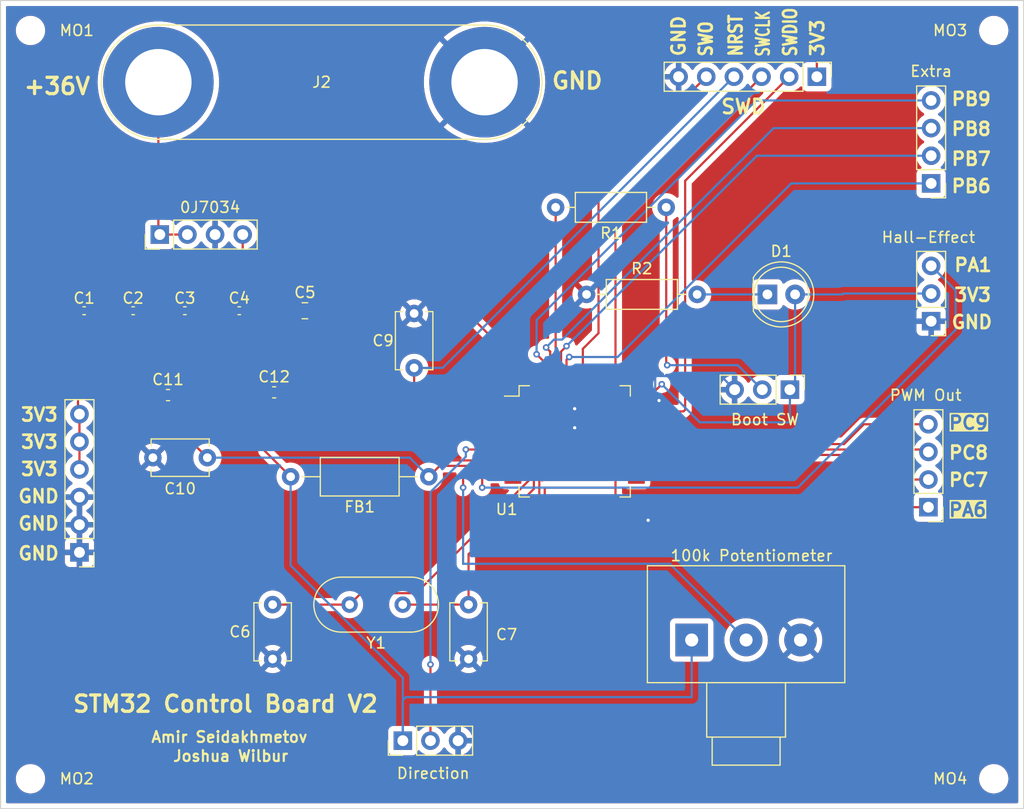
<source format=kicad_pcb>
(kicad_pcb (version 20240108) (generator "pcbnew") (generator_version "8.0")
  (layers (0 "F.Cu" signal) (31 "B.Cu" signal) (34 "B.Paste" user) (35 "F.Paste" user) (36 "B.SilkS" user "B.Silkscreen") (37 "F.SilkS" user "F.Silkscreen") (38 "B.Mask" user) (39 "F.Mask" user) (44 "Edge.Cuts" user))
  (net 0 "")
  (net 1 "GND")
  (net 2 "+3V3")
  (net 3 "Net-(U1-PH1)")
  (net 4 "Net-(U1-PH0)")
  (net 5 "/NRST")
  (net 6 "Net-(U1-VDDA)")
  (net 7 "Net-(D1-K)")
  (net 8 "PA1_ADC")
  (net 9 "/VIN")
  (net 10 "Net-(J3-Pin_2)")
  (net 11 "Net-(J3-Pin_4)")
  (net 12 "Net-(J3-Pin_3)")
  (net 13 "/SWDIO")
  (net 14 "/SWCLK")
  (net 15 "Net-(SW2-B)")
  (net 16 "Net-(U1-BOOT0)")
  (net 17 "PA0_ADC")
  (net 18 "PC2_EXTI2")
  (net 46 "/PWM_1")
  (net 49 "/SWO")
  (net 55 "Net-(J5-Pin_2)")
  (net 56 "Net-(J5-Pin_4)")
  (net 57 "Net-(J5-Pin_1)")
  (net 58 "Net-(J5-Pin_3)")
  (footprint "Capacitor_SMD:C_0805_2012Metric_Pad1.18x1.45mm_HandSolder" (layer "F.Cu") (at 127.2125 79.75)
    (property "Reference" "C5" (at 0 -1.68 0) (layer "F.SilkS"))
    (property "Value" "4.7u" (hide yes))
    (pad "1" smd roundrect (at -1.0375 0) (size 1.175 1.45) (layers "F.Cu" "F.Paste" "F.Mask") (roundrect_rratio 0.212766) (net 2 "+3V3"))
    (pad "2" smd roundrect (at 1.0375 0) (size 1.175 1.45) (layers "F.Cu" "F.Paste" "F.Mask") (roundrect_rratio 0.212766) (net 1 "GND"))
  )
  (footprint "Mounting:MountingHole_2.2mm_M2" (layer "F.Cu") (at 102 122.75)
    (property "Reference" "MO2" (at 4.25 0 0) (layer "F.SilkS"))
    (property "Value" "MountingHole_2.2mm_M2" (hide yes))
    (pad "" np_thru_hole circle (at 0 0) (size 2.2 2.2) (drill 2.2) (layers "*.Cu" "*.Mask"))
  )
  (footprint "Crystal:Crystal_HC49-4H_Vertical" (layer "F.Cu") (at 136.2 106.75 180)
    (property "Reference" "Y1" (at 2.44 -3.525 0) (layer "F.SilkS"))
    (property "Value" "8MHz")
    (pad "1" thru_hole circle (at 0 0 180) (size 1.5 1.5) (drill 0.8) (layers "*.Cu" "*.Mask") (net 4 "Net-(U1-PH0)"))
    (pad "2" thru_hole circle (at 4.88 0 180) (size 1.5 1.5) (drill 0.8) (layers "*.Cu" "*.Mask") (net 3 "Net-(U1-PH1)"))
  )
  (footprint "Capacitor_SMD:C_0402_1005Metric_Pad0.74x0.62mm_HandSolder" (layer "F.Cu") (at 121.1825 79.75)
    (property "Reference" "C4" (at 0 -1.16 0) (layer "F.SilkS"))
    (property "Value" "0.1u" (hide yes))
    (pad "1" smd roundrect (at -0.5675 0) (size 0.735 0.62) (layers "F.Cu" "F.Paste" "F.Mask") (net 2 "+3V3"))
    (pad "2" smd roundrect (at 0.5675 0) (size 0.735 0.62) (layers "F.Cu" "F.Paste" "F.Mask") (net 1 "GND"))
  )
  (footprint "Connector_PinHeader_2.54mm:PinHeader_1x03_P2.54mm_Vertical" (layer "F.Cu") (at 136.21 119.25 90)
    (property "Reference" "Direction" (at -3 2.79 180) (layer "F.SilkS"))
    (property "Value" "Dir SW" (hide yes))
    (pad "1" thru_hole rect (at 0 0 90) (size 1.7 1.7) (drill 1) (layers "*.Cu" "*.Mask") (net 2 "+3V3"))
    (pad "2" thru_hole oval (at 0 2.54 90) (size 1.7 1.7) (drill 1) (layers "*.Cu" "*.Mask") (net 18 "PC2_EXTI2"))
    (pad "3" thru_hole oval (at 0 5.08 90) (size 1.7 1.7) (drill 1) (layers "*.Cu" "*.Mask") (net 1 "GND"))
  )
  (footprint "Capacitor_SMD:C_0402_1005Metric_Pad0.74x0.62mm_HandSolder" (layer "F.Cu") (at 106.9325 79.75)
    (property "Reference" "C1" (at 0 -1.16 0) (layer "F.SilkS"))
    (property "Value" "0.1u" (hide yes))
    (pad "1" smd roundrect (at -0.5675 0) (size 0.735 0.62) (layers "F.Cu" "F.Paste" "F.Mask") (net 2 "+3V3"))
    (pad "2" smd roundrect (at 0.5675 0) (size 0.735 0.62) (layers "F.Cu" "F.Paste" "F.Mask") (net 1 "GND"))
  )
  (footprint "Capacitor_THT:C_Disc_D5.1mm_W3.2mm_P5.00mm" (layer "F.Cu") (at 142.25 106.75 -90)
    (property "Reference" "C7" (at 2.75 -3.5 180) (layer "F.SilkS"))
    (property "Value" "20pF" (hide yes))
    (pad "1" thru_hole circle (at 0 0 270) (size 1.6 1.6) (drill 0.8) (layers "*.Cu" "*.Mask") (net 4 "Net-(U1-PH0)"))
    (pad "2" thru_hole circle (at 5 0 270) (size 1.6 1.6) (drill 0.8) (layers "*.Cu" "*.Mask") (net 1 "GND"))
  )
  (footprint "Capacitor_SMD:C_0603_1608Metric_Pad1.08x0.95mm_HandSolder" (layer "F.Cu") (at 124.3875 87.25)
    (property "Reference" "C12" (at 0 -1.43 0) (layer "F.SilkS"))
    (property "Value" "1u" (hide yes))
    (pad "1" smd roundrect (at -0.8625 0) (size 1.075 0.95) (layers "F.Cu" "F.Paste" "F.Mask") (net 2 "+3V3"))
    (pad "2" smd roundrect (at 0.8625 0) (size 1.075 0.95) (layers "F.Cu" "F.Paste" "F.Mask") (net 1 "GND"))
  )
  (footprint "Capacitor_THT:C_Disc_D5.1mm_W3.2mm_P5.00mm" (layer "F.Cu") (at 124.25 106.75 -90)
    (property "Reference" "C6" (at 2.5 3 180) (layer "F.SilkS"))
    (property "Value" "20pF" (hide yes))
    (pad "1" thru_hole circle (at 0 0 270) (size 1.6 1.6) (drill 0.8) (layers "*.Cu" "*.Mask") (net 3 "Net-(U1-PH1)"))
    (pad "2" thru_hole circle (at 5 0 270) (size 1.6 1.6) (drill 0.8) (layers "*.Cu" "*.Mask") (net 1 "GND"))
  )
  (footprint "Connector_PinHeader_2.54mm:PinHeader_1x03_P2.54mm_Vertical" (layer "F.Cu") (at 184.75 80.71 180)
    (property "Reference" "Hall-Effect" (at 0.25 7.71 0) (layer "F.SilkS"))
    (property "Value" "Hall-Effect Sensor" (hide yes))
    (pad "1" thru_hole rect (at 0 0 180) (size 1.7 1.7) (drill 1) (layers "*.Cu" "*.Mask") (net 1 "GND"))
    (pad "2" thru_hole oval (at 0 2.54 180) (size 1.7 1.7) (drill 1) (layers "*.Cu" "*.Mask") (net 2 "+3V3"))
    (pad "3" thru_hole oval (at 0 5.08 180) (size 1.7 1.7) (drill 1) (layers "*.Cu" "*.Mask") (net 8 "PA1_ADC"))
  )
  (footprint "Package_QFP:LQFP-64_10x10mm_P0.5mm" (layer "F.Cu") (at 152 91.75)
    (property "Reference" "U1" (at -6.25 6.25 0) (layer "F.SilkS"))
    (property "Value" "STM32L476RG")
    (pad "1" smd roundrect (at -5.675 -3.75) (size 1.55 0.3) (layers "F.Cu" "F.Paste" "F.Mask") (net 2 "+3V3"))
    (pad "2" smd roundrect (at -5.675 -3.25) (size 1.55 0.3) (layers "F.Cu" "F.Paste" "F.Mask"))
    (pad "3" smd roundrect (at -5.675 -2.75) (size 1.55 0.3) (layers "F.Cu" "F.Paste" "F.Mask"))
    (pad "4" smd roundrect (at -5.675 -2.25) (size 1.55 0.3) (layers "F.Cu" "F.Paste" "F.Mask"))
    (pad "5" smd roundrect (at -5.675 -1.75) (size 1.55 0.3) (layers "F.Cu" "F.Paste" "F.Mask") (net 4 "Net-(U1-PH0)"))
    (pad "6" smd roundrect (at -5.675 -1.25) (size 1.55 0.3) (layers "F.Cu" "F.Paste" "F.Mask") (net 3 "Net-(U1-PH1)"))
    (pad "7" smd roundrect (at -5.675 -0.75) (size 1.55 0.3) (layers "F.Cu" "F.Paste" "F.Mask") (net 5 "/NRST"))
    (pad "8" smd roundrect (at -5.675 -0.25) (size 1.55 0.3) (layers "F.Cu" "F.Paste" "F.Mask"))
    (pad "9" smd roundrect (at -5.675 0.25) (size 1.55 0.3) (layers "F.Cu" "F.Paste" "F.Mask"))
    (pad "10" smd roundrect (at -5.675 0.75) (size 1.55 0.3) (layers "F.Cu" "F.Paste" "F.Mask") (net 18 "PC2_EXTI2"))
    (pad "11" smd roundrect (at -5.675 1.25) (size 1.55 0.3) (layers "F.Cu" "F.Paste" "F.Mask"))
    (pad "12" smd roundrect (at -5.675 1.75) (size 1.55 0.3) (layers "F.Cu" "F.Paste" "F.Mask") (net 1 "GND"))
    (pad "13" smd roundrect (at -5.675 2.25) (size 1.55 0.3) (layers "F.Cu" "F.Paste" "F.Mask") (net 6 "Net-(U1-VDDA)"))
    (pad "14" smd roundrect (at -5.675 2.75) (size 1.55 0.3) (layers "F.Cu" "F.Paste" "F.Mask") (net 17 "PA0_ADC"))
    (pad "15" smd roundrect (at -5.675 3.25) (size 1.55 0.3) (layers "F.Cu" "F.Paste" "F.Mask") (net 8 "PA1_ADC"))
    (pad "16" smd roundrect (at -5.675 3.75) (size 1.55 0.3) (layers "F.Cu" "F.Paste" "F.Mask"))
    (pad "17" smd roundrect (at -3.75 5.675) (size 0.3 1.55) (layers "F.Cu" "F.Paste" "F.Mask"))
    (pad "18" smd roundrect (at -3.25 5.675) (size 0.3 1.55) (layers "F.Cu" "F.Paste" "F.Mask") (net 1 "GND"))
    (pad "19" smd roundrect (at -2.75 5.675) (size 0.3 1.55) (layers "F.Cu" "F.Paste" "F.Mask") (net 2 "+3V3"))
    (pad "20" smd roundrect (at -2.25 5.675) (size 0.3 1.55) (layers "F.Cu" "F.Paste" "F.Mask"))
    (pad "21" smd roundrect (at -1.75 5.675) (size 0.3 1.55) (layers "F.Cu" "F.Paste" "F.Mask"))
    (pad "22" smd roundrect (at -1.25 5.675) (size 0.3 1.55) (layers "F.Cu" "F.Paste" "F.Mask") (net 46 "/PWM_1"))
    (pad "23" smd roundrect (at -0.75 5.675) (size 0.3 1.55) (layers "F.Cu" "F.Paste" "F.Mask"))
    (pad "24" smd roundrect (at -0.25 5.675) (size 0.3 1.55) (layers "F.Cu" "F.Paste" "F.Mask"))
    (pad "25" smd roundrect (at 0.25 5.675) (size 0.3 1.55) (layers "F.Cu" "F.Paste" "F.Mask"))
    (pad "26" smd roundrect (at 0.75 5.675) (size 0.3 1.55) (layers "F.Cu" "F.Paste" "F.Mask"))
    (pad "27" smd roundrect (at 1.25 5.675) (size 0.3 1.55) (layers "F.Cu" "F.Paste" "F.Mask"))
    (pad "28" smd roundrect (at 1.75 5.675) (size 0.3 1.55) (layers "F.Cu" "F.Paste" "F.Mask"))
    (pad "29" smd roundrect (at 2.25 5.675) (size 0.3 1.55) (layers "F.Cu" "F.Paste" "F.Mask"))
    (pad "30" smd roundrect (at 2.75 5.675) (size 0.3 1.55) (layers "F.Cu" "F.Paste" "F.Mask"))
    (pad "31" smd roundrect (at 3.25 5.675) (size 0.3 1.55) (layers "F.Cu" "F.Paste" "F.Mask") (net 1 "GND"))
    (pad "32" smd roundrect (at 3.75 5.675) (size 0.3 1.55) (layers "F.Cu" "F.Paste" "F.Mask") (net 2 "+3V3"))
    (pad "33" smd roundrect (at 5.675 3.75) (size 1.55 0.3) (layers "F.Cu" "F.Paste" "F.Mask"))
    (pad "34" smd roundrect (at 5.675 3.25) (size 1.55 0.3) (layers "F.Cu" "F.Paste" "F.Mask"))
    (pad "35" smd roundrect (at 5.675 2.75) (size 1.55 0.3) (layers "F.Cu" "F.Paste" "F.Mask"))
    (pad "36" smd roundrect (at 5.675 2.25) (size 1.55 0.3) (layers "F.Cu" "F.Paste" "F.Mask"))
    (pad "37" smd roundrect (at 5.675 1.75) (size 1.55 0.3) (layers "F.Cu" "F.Paste" "F.Mask"))
    (pad "38" smd roundrect (at 5.675 1.25) (size 1.55 0.3) (layers "F.Cu" "F.Paste" "F.Mask") (net 10 "Net-(J3-Pin_2)"))
    (pad "39" smd roundrect (at 5.675 0.75) (size 1.55 0.3) (layers "F.Cu" "F.Paste" "F.Mask") (net 12 "Net-(J3-Pin_3)"))
    (pad "40" smd roundrect (at 5.675 0.25) (size 1.55 0.3) (layers "F.Cu" "F.Paste" "F.Mask") (net 11 "Net-(J3-Pin_4)"))
    (pad "41" smd roundrect (at 5.675 -0.25) (size 1.55 0.3) (layers "F.Cu" "F.Paste" "F.Mask"))
    (pad "42" smd roundrect (at 5.675 -0.75) (size 1.55 0.3) (layers "F.Cu" "F.Paste" "F.Mask"))
    (pad "43" smd roundrect (at 5.675 -1.25) (size 1.55 0.3) (layers "F.Cu" "F.Paste" "F.Mask"))
    (pad "44" smd roundrect (at 5.675 -1.75) (size 1.55 0.3) (layers "F.Cu" "F.Paste" "F.Mask"))
    (pad "45" smd roundrect (at 5.675 -2.25) (size 1.55 0.3) (layers "F.Cu" "F.Paste" "F.Mask"))
    (pad "46" smd roundrect (at 5.675 -2.75) (size 1.55 0.3) (layers "F.Cu" "F.Paste" "F.Mask") (net 13 "/SWDIO"))
    (pad "47" smd roundrect (at 5.675 -3.25) (size 1.55 0.3) (layers "F.Cu" "F.Paste" "F.Mask") (net 1 "GND"))
    (pad "48" smd roundrect (at 5.675 -3.75) (size 1.55 0.3) (layers "F.Cu" "F.Paste" "F.Mask") (net 2 "+3V3"))
    (pad "49" smd roundrect (at 3.75 -5.675) (size 0.3 1.55) (layers "F.Cu" "F.Paste" "F.Mask") (net 14 "/SWCLK"))
    (pad "50" smd roundrect (at 3.25 -5.675) (size 0.3 1.55) (layers "F.Cu" "F.Paste" "F.Mask"))
    (pad "51" smd roundrect (at 2.75 -5.675) (size 0.3 1.55) (layers "F.Cu" "F.Paste" "F.Mask"))
    (pad "52" smd roundrect (at 2.25 -5.675) (size 0.3 1.55) (layers "F.Cu" "F.Paste" "F.Mask"))
    (pad "53" smd roundrect (at 1.75 -5.675) (size 0.3 1.55) (layers "F.Cu" "F.Paste" "F.Mask"))
    (pad "54" smd roundrect (at 1.25 -5.675) (size 0.3 1.55) (layers "F.Cu" "F.Paste" "F.Mask"))
    (pad "55" smd roundrect (at 0.75 -5.675) (size 0.3 1.55) (layers "F.Cu" "F.Paste" "F.Mask") (net 49 "/SWO"))
    (pad "56" smd roundrect (at 0.25 -5.675) (size 0.3 1.55) (layers "F.Cu" "F.Paste" "F.Mask"))
    (pad "57" smd roundrect (at -0.25 -5.675) (size 0.3 1.55) (layers "F.Cu" "F.Paste" "F.Mask"))
    (pad "58" smd roundrect (at -0.75 -5.675) (size 0.3 1.55) (layers "F.Cu" "F.Paste" "F.Mask") (net 57 "Net-(J5-Pin_1)"))
    (pad "59" smd roundrect (at -1.25 -5.675) (size 0.3 1.55) (layers "F.Cu" "F.Paste" "F.Mask") (net 55 "Net-(J5-Pin_2)"))
    (pad "60" smd roundrect (at -1.75 -5.675) (size 0.3 1.55) (layers "F.Cu" "F.Paste" "F.Mask") (net 16 "Net-(U1-BOOT0)"))
    (pad "61" smd roundrect (at -2.25 -5.675) (size 0.3 1.55) (layers "F.Cu" "F.Paste" "F.Mask") (net 58 "Net-(J5-Pin_3)"))
    (pad "62" smd roundrect (at -2.75 -5.675) (size 0.3 1.55) (layers "F.Cu" "F.Paste" "F.Mask") (net 56 "Net-(J5-Pin_4)"))
    (pad "63" smd roundrect (at -3.25 -5.675) (size 0.3 1.55) (layers "F.Cu" "F.Paste" "F.Mask") (net 1 "GND"))
    (pad "64" smd roundrect (at -3.75 -5.675) (size 0.3 1.55) (layers "F.Cu" "F.Paste" "F.Mask") (net 2 "+3V3"))
  )
  (footprint "Capacitor_SMD:C_0603_1608Metric_Pad1.08x0.95mm_HandSolder" (layer "F.Cu") (at 114.6375 87.5)
    (property "Reference" "C11" (at 0 -1.43 0) (layer "F.SilkS"))
    (property "Value" "1u" (hide yes))
    (pad "1" smd roundrect (at -0.8625 0) (size 1.075 0.95) (layers "F.Cu" "F.Paste" "F.Mask") (net 6 "Net-(U1-VDDA)"))
    (pad "2" smd roundrect (at 0.8625 0) (size 1.075 0.95) (layers "F.Cu" "F.Paste" "F.Mask") (net 1 "GND"))
  )
  (footprint "Mounting:MountingHole_2.2mm_M2" (layer "F.Cu") (at 190.5 54)
    (property "Reference" "MO3" (at -4 0 0) (layer "F.SilkS"))
    (property "Value" "MountingHole_2.2mm_M2" (hide yes))
    (pad "" np_thru_hole circle (at 0 0) (size 2.2 2.2) (drill 2.2) (layers "*.Cu" "*.Mask"))
  )
  (footprint "Connector_PinHeader_2.54mm:PinHeader_1x06_P2.54mm_Vertical" (layer "F.Cu") (at 174.25 58.25 -90)
    (property "Reference" "SWD" (at 2.75 6.75 180) (layer "F.SilkS") (effects (font (size 1.3 1.3) (thickness 0.25) (bold yes))))
    (property "Value" "SWD" (hide yes))
    (pad "1" thru_hole rect (at 0 0 270) (size 1.7 1.7) (drill 1) (layers "*.Cu" "*.Mask") (net 2 "+3V3"))
    (pad "2" thru_hole oval (at 0 2.54 270) (size 1.7 1.7) (drill 1) (layers "*.Cu" "*.Mask") (net 13 "/SWDIO"))
    (pad "3" thru_hole oval (at 0 5.08 270) (size 1.7 1.7) (drill 1) (layers "*.Cu" "*.Mask") (net 14 "/SWCLK"))
    (pad "4" thru_hole oval (at 0 7.62 270) (size 1.7 1.7) (drill 1) (layers "*.Cu" "*.Mask") (net 5 "/NRST"))
    (pad "5" thru_hole oval (at 0 10.16 270) (size 1.7 1.7) (drill 1) (layers "*.Cu" "*.Mask") (net 49 "/SWO"))
    (pad "6" thru_hole oval (at 0 12.7 270) (size 1.7 1.7) (drill 1) (layers "*.Cu" "*.Mask") (net 1 "GND"))
  )
  (footprint "Mounting:MountingHole_2.2mm_M2" (layer "F.Cu") (at 190.5 122.75)
    (property "Reference" "MO4" (at -4 0 0) (layer "F.SilkS"))
    (property "Value" "MountingHole_2.2mm_M2" (hide yes))
    (pad "" np_thru_hole circle (at 0 0) (size 2.2 2.2) (drill 2.2) (layers "*.Cu" "*.Mask"))
  )
  (footprint "Capacitor_THT:C_Disc_D5.1mm_W3.2mm_P5.00mm" (layer "F.Cu") (at 118.25 93.25 180)
    (property "Reference" "C10" (at 2.5 -2.85 0) (layer "F.SilkS"))
    (property "Value" "0.01u" (hide yes))
    (pad "1" thru_hole circle (at 0 0 180) (size 1.6 1.6) (drill 0.8) (layers "*.Cu" "*.Mask") (net 6 "Net-(U1-VDDA)"))
    (pad "2" thru_hole circle (at 5 0 180) (size 1.6 1.6) (drill 0.8) (layers "*.Cu" "*.Mask") (net 1 "GND"))
  )
  (footprint "Connector:Banana_Jack_2Pin" (layer "F.Cu") (at 113.75 58.75)
    (property "Reference" "J2" (at 15 0 0) (layer "F.SilkS"))
    (property "Value" "Screw_Terminal_01x02")
    (pad "1" thru_hole circle (at 0 0) (size 10.16 10.16) (drill 6.1) (layers "*.Cu" "*.Mask") (net 9 "/VIN"))
    (pad "2" thru_hole circle (at 29.97 0) (size 10.16 10.16) (drill 6.1) (layers "*.Cu" "*.Mask") (net 1 "GND"))
  )
  (footprint "Mounting:MountingHole_2.2mm_M2" (layer "F.Cu") (at 102 54)
    (property "Reference" "MO1" (at 4.25 0 0) (layer "F.SilkS"))
    (property "Value" "MountingHole_2.2mm_M2" (hide yes))
    (pad "" np_thru_hole circle (at 0 0) (size 2.2 2.2) (drill 2.2) (layers "*.Cu" "*.Mask"))
  )
  (footprint "Potentiometer_THT:Potentiometer_Alps_RK163_Single_Horizontal" (layer "F.Cu") (at 162.75 110 90)
    (property "Reference" "100k Potentiometer" (at 7.75 5.5 180) (layer "F.SilkS"))
    (property "Value" "100k")
    (pad "1" thru_hole rect (at 0 0 270) (size 3 3) (drill 1.2) (layers "*.Cu" "*.Mask") (net 2 "+3V3"))
    (pad "2" thru_hole circle (at 0 5 270) (size 3 3) (drill 1.2) (layers "*.Cu" "*.Mask") (net 17 "PA0_ADC"))
    (pad "3" thru_hole circle (at 0 10 270) (size 3 3) (drill 1.2) (layers "*.Cu" "*.Mask") (net 1 "GND"))
  )
  (footprint "Resistor_THT:R_Axial_DIN0207_L6.3mm_D2.5mm_P10.16mm_Horizontal" (layer "F.Cu") (at 160.41 70.25 180)
    (property "Reference" "R1" (at 5.08 -2.37 0) (layer "F.SilkS"))
    (property "Value" "10k")
    (pad "1" thru_hole circle (at 0 0 180) (size 1.6 1.6) (drill 0.8) (layers "*.Cu" "*.Mask") (net 15 "Net-(SW2-B)"))
    (pad "2" thru_hole oval (at 10.16 0 180) (size 1.6 1.6) (drill 0.8) (layers "*.Cu" "*.Mask") (net 16 "Net-(U1-BOOT0)"))
  )
  (footprint "Capacitor_SMD:C_0402_1005Metric_Pad0.74x0.62mm_HandSolder" (layer "F.Cu") (at 116.1825 79.75)
    (property "Reference" "C3" (at 0 -1.16 0) (layer "F.SilkS"))
    (property "Value" "0.1u" (hide yes))
    (pad "1" smd roundrect (at -0.5675 0) (size 0.735 0.62) (layers "F.Cu" "F.Paste" "F.Mask") (net 2 "+3V3"))
    (pad "2" smd roundrect (at 0.5675 0) (size 0.735 0.62) (layers "F.Cu" "F.Paste" "F.Mask") (net 1 "GND"))
  )
  (footprint "Resistor_THT:R_Axial_DIN0207_L6.3mm_D2.5mm_P10.16mm_Horizontal" (layer "F.Cu") (at 153.09 78.25)
    (property "Reference" "R2" (at 5.08 -2.37 0) (layer "F.SilkS"))
    (property "Value" "2.2k")
    (pad "1" thru_hole circle (at 0 0) (size 1.6 1.6) (drill 0.8) (layers "*.Cu" "*.Mask") (net 1 "GND"))
    (pad "2" thru_hole oval (at 10.16 0) (size 1.6 1.6) (drill 0.8) (layers "*.Cu" "*.Mask") (net 7 "Net-(D1-K)"))
  )
  (footprint "Capacitor_SMD:C_0402_1005Metric_Pad0.74x0.62mm_HandSolder" (layer "F.Cu") (at 111.4325 79.75)
    (property "Reference" "C2" (at 0 -1.16 0) (layer "F.SilkS"))
    (property "Value" "0.1u" (hide yes))
    (pad "1" smd roundrect (at -0.5675 0) (size 0.735 0.62) (layers "F.Cu" "F.Paste" "F.Mask") (net 2 "+3V3"))
    (pad "2" smd roundrect (at 0.5675 0) (size 0.735 0.62) (layers "F.Cu" "F.Paste" "F.Mask") (net 1 "GND"))
  )
  (footprint "LED_THT:LED_D5.0mm" (layer "F.Cu") (at 169.71 78.25)
    (property "Reference" "D1" (at 1.27 -3.96 0) (layer "F.SilkS"))
    (property "Value" "LED")
    (pad "1" thru_hole rect (at 0 0) (size 1.8 1.8) (drill 0.9) (layers "*.Cu" "*.Mask") (net 7 "Net-(D1-K)"))
    (pad "2" thru_hole circle (at 2.54 0) (size 1.8 1.8) (drill 0.9) (layers "*.Cu" "*.Mask") (net 2 "+3V3"))
  )
  (footprint "Connector_PinHeader_2.54mm:PinHeader_1x04_P2.54mm_Vertical" (layer "F.Cu") (at 184.5 97.8 180)
    (property "Reference" "PWM Out" (at 0.25 10.29 0) (layer "F.SilkS"))
    (property "Value" "PWM Out" (hide yes))
    (pad "1" thru_hole rect (at 0 0 180) (size 1.7 1.7) (drill 1) (layers "*.Cu" "*.Mask") (net 46 "/PWM_1"))
    (pad "2" thru_hole oval (at 0 2.54 180) (size 1.7 1.7) (drill 1) (layers "*.Cu" "*.Mask") (net 10 "Net-(J3-Pin_2)"))
    (pad "3" thru_hole oval (at 0 5.08 180) (size 1.7 1.7) (drill 1) (layers "*.Cu" "*.Mask") (net 12 "Net-(J3-Pin_3)"))
    (pad "4" thru_hole oval (at 0 7.62 180) (size 1.7 1.7) (drill 1) (layers "*.Cu" "*.Mask") (net 11 "Net-(J3-Pin_4)"))
  )
  (footprint "Connector_PinHeader_2.54mm:PinHeader_1x04_P2.54mm_Vertical" (layer "F.Cu") (at 113.88 72.75 90)
    (property "Reference" "0J7034" (at 2.5 4.62 180) (layer "F.SilkS"))
    (property "Value" "0J7034" (hide yes))
    (pad "1" thru_hole rect (at 0 0 90) (size 1.7 1.7) (drill 1) (layers "*.Cu" "*.Mask") (net 9 "/VIN"))
    (pad "2" thru_hole oval (at 0 2.54 90) (size 1.7 1.7) (drill 1) (layers "*.Cu" "*.Mask") (net 9 "/VIN"))
    (pad "3" thru_hole oval (at 0 5.08 90) (size 1.7 1.7) (drill 1) (layers "*.Cu" "*.Mask") (net 1 "GND"))
    (pad "4" thru_hole oval (at 0 7.62 90) (size 1.7 1.7) (drill 1) (layers "*.Cu" "*.Mask") (net 2 "+3V3"))
  )
  (footprint "Connector_PinHeader_2.54mm:PinHeader_1x06_P2.54mm_Vertical" (layer "F.Cu") (at 106.5 101.95 180)
    (property "Reference" "J6" (hide yes))
    (property "Value" "Power Pins" (hide yes))
    (pad "1" thru_hole rect (at 0 0 180) (size 1.7 1.7) (drill 1) (layers "*.Cu" "*.Mask") (net 1 "GND"))
    (pad "2" thru_hole oval (at 0 2.54 180) (size 1.7 1.7) (drill 1) (layers "*.Cu" "*.Mask") (net 1 "GND"))
    (pad "3" thru_hole oval (at 0 5.08 180) (size 1.7 1.7) (drill 1) (layers "*.Cu" "*.Mask") (net 1 "GND"))
    (pad "4" thru_hole oval (at 0 7.62 180) (size 1.7 1.7) (drill 1) (layers "*.Cu" "*.Mask") (net 2 "+3V3"))
    (pad "5" thru_hole oval (at 0 10.16 180) (size 1.7 1.7) (drill 1) (layers "*.Cu" "*.Mask") (net 2 "+3V3"))
    (pad "6" thru_hole oval (at 0 12.7 180) (size 1.7 1.7) (drill 1) (layers "*.Cu" "*.Mask") (net 2 "+3V3"))
  )
  (footprint "Connector_PinHeader_2.54mm:PinHeader_1x03_P2.54mm_Vertical" (layer "F.Cu") (at 171.775 87 -90)
    (property "Reference" "Boot SW" (at 2.75 2.29 180) (layer "F.SilkS"))
    (property "Value" "Boot SW" (hide yes))
    (pad "1" thru_hole rect (at 0 0 270) (size 1.7 1.7) (drill 1) (layers "*.Cu" "*.Mask") (net 2 "+3V3"))
    (pad "2" thru_hole oval (at 0 2.54 270) (size 1.7 1.7) (drill 1) (layers "*.Cu" "*.Mask") (net 15 "Net-(SW2-B)"))
    (pad "3" thru_hole oval (at 0 5.08 270) (size 1.7 1.7) (drill 1) (layers "*.Cu" "*.Mask") (net 1 "GND"))
  )
  (footprint "Capacitor_THT:C_Disc_D5.1mm_W3.2mm_P5.00mm" (layer "F.Cu") (at 137.25 85 90)
    (property "Reference" "C9" (at 2.5 -2.85 180) (layer "F.SilkS"))
    (property "Value" "0.1u" (hide yes))
    (pad "1" thru_hole circle (at 0 0 90) (size 1.6 1.6) (drill 0.8) (layers "*.Cu" "*.Mask") (net 5 "/NRST"))
    (pad "2" thru_hole circle (at 5 0 90) (size 1.6 1.6) (drill 0.8) (layers "*.Cu" "*.Mask") (net 1 "GND"))
  )
  (footprint "Inductor_THT:L_Axial_L7.0mm_D3.3mm_P12.70mm_Horizontal_Fastron_MICC" (layer "F.Cu") (at 138.6 95 180)
    (property "Reference" "FB1" (at 6.35 -2.77 0) (layer "F.SilkS"))
    (property "Value" "976 Ohm @ 100MHz" (hide yes))
    (pad "1" thru_hole circle (at 0 0 180) (size 1.6 1.6) (drill 0.8) (layers "*.Cu" "*.Mask") (net 6 "Net-(U1-VDDA)"))
    (pad "2" thru_hole oval (at 12.7 0 180) (size 1.6 1.6) (drill 0.8) (layers "*.Cu" "*.Mask") (net 2 "+3V3"))
  )
  (footprint "Connector_PinHeader_2.54mm:PinHeader_1x04_P2.54mm_Vertical" (layer "F.Cu") (at 184.75 68.05 180)
    (property "Reference" "Extra" (at 0 10.3 0) (layer "F.SilkS"))
    (property "Value" "Extra" (hide yes))
    (pad "1" thru_hole rect (at 0 0 180) (size 1.7 1.7) (drill 1) (layers "*.Cu" "*.Mask") (net 57 "Net-(J5-Pin_1)"))
    (pad "2" thru_hole oval (at 0 2.54 180) (size 1.7 1.7) (drill 1) (layers "*.Cu" "*.Mask") (net 55 "Net-(J5-Pin_2)"))
    (pad "3" thru_hole oval (at 0 5.08 180) (size 1.7 1.7) (drill 1) (layers "*.Cu" "*.Mask") (net 58 "Net-(J5-Pin_3)"))
    (pad "4" thru_hole oval (at 0 7.62 180) (size 1.7 1.7) (drill 1) (layers "*.Cu" "*.Mask") (net 56 "Net-(J5-Pin_4)"))
  )
  (gr_rect (start 99.25 51.25) (end 193.25 125.5) (stroke (width 0.1)) (fill none) (layer "Edge.Cuts"))
  (gr_text "Amir Seidakhmetov" (at 113 119.5 0) (layer "F.SilkS") (effects (font (size 1 1) (thickness 0.2) (bold yes)) (justify left bottom)))
  (gr_text "GND" (at 186.5 81.5 0) (layer "F.SilkS") (effects (font (size 1.2 1.2) (thickness 0.25) (bold yes)) (justify left bottom)))
  (gr_text "GND" (at 162.25 56.5 90) (layer "F.SilkS") (effects (font (size 1.2 1.2) (thickness 0.25) (bold yes)) (justify left bottom)))
  (gr_text "GND" (at 149.75 59.5 0) (layer "F.SilkS") (effects (font (size 1.5 1.5) (thickness 0.3) (bold yes)) (justify left bottom)))
  (gr_text "PC8" (at 186.25 93.5 0) (layer "F.SilkS") (effects (font (size 1.2 1.2) (thickness 0.25) (bold yes)) (justify left bottom)))
  (gr_text "PC7" (at 186.25 96 0) (layer "F.SilkS") (effects (font (size 1.2 1.2) (thickness 0.25) (bold yes)) (justify left bottom)))
  (gr_text "PA1" (at 186.75 76.25 0) (layer "F.SilkS") (effects (font (size 1.2 1.2) (thickness 0.25) (bold yes)) (justify left bottom)))
  (gr_text "+36V" (at 101.25 60 0) (layer "F.SilkS") (effects (font (size 1.5 1.5) (thickness 0.3) (bold yes)) (justify left bottom)))
  (gr_text "GND" (at 100.75 102.75 0) (layer "F.SilkS") (effects (font (size 1.2 1.2) (thickness 0.25) (bold yes)) (justify left bottom)))
  (gr_text "PB7" (at 186.5 66.5 0) (layer "F.SilkS") (effects (font (size 1.2 1.2) (thickness 0.25) (bold yes)) (justify left bottom)))
  (gr_text "3V3" (at 186.75 79 0) (layer "F.SilkS") (effects (font (size 1.2 1.2) (thickness 0.25) (bold yes)) (justify left bottom)))
  (gr_text "PB8" (at 186.5 63.75 0) (layer "F.SilkS") (effects (font (size 1.2 1.2) (thickness 0.25) (bold yes)) (justify left bottom)))
  (gr_text "3V3" (at 101 90 0) (layer "F.SilkS") (effects (font (size 1.2 1.2) (thickness 0.25) (bold yes)) (justify left bottom)))
  (gr_text "PB9" (at 186.5 61 0) (layer "F.SilkS") (effects (font (size 1.2 1.2) (thickness 0.25) (bold yes)) (justify left bottom)))
  (gr_text "GND" (at 100.75 100 0) (layer "F.SilkS") (effects (font (size 1.2 1.2) (thickness 0.25) (bold yes)) (justify left bottom)))
  (gr_text "NRST" (at 167.5 56.5 90) (layer "F.SilkS") (effects (font (size 1.2 1) (thickness 0.25) (bold yes)) (justify left bottom)))
  (gr_text "PA6" (at 186.25 98.75 0) (layer "F.SilkS" knockout) (effects (font (size 1.2 1.2) (thickness 0.25) (bold yes)) (justify left bottom)))
  (gr_text "SWO" (at 164.75 56.5 90) (layer "F.SilkS") (effects (font (size 1.2 1) (thickness 0.25) (bold yes)) (justify left bottom)))
  (gr_text "Joshua Wilbur" (at 115 121.25 0) (layer "F.SilkS") (effects (font (size 1 1) (thickness 0.2) (bold yes)) (justify left bottom)))
  (gr_text "3V3" (at 175 56.5 90) (layer "F.SilkS") (effects (font (size 1.2 1.2) (thickness 0.25) (bold yes)) (justify left bottom)))
  (gr_text "3V3" (at 101 92.5 0) (layer "F.SilkS") (effects (font (size 1.2 1.2) (thickness 0.25) (bold yes)) (justify left bottom)))
  (gr_text "PC9" (at 186.25 90.75 0) (layer "F.SilkS" knockout) (effects (font (size 1.2 1.2) (thickness 0.25) (bold yes)) (justify left bottom)))
  (gr_text "STM32 Control Board V2" (at 105.75 116.75 0) (layer "F.SilkS") (effects (font (size 1.5 1.5) (thickness 0.3) (bold yes)) (justify left bottom)))
  (gr_text "SWCLK" (at 170 56.5 90) (layer "F.SilkS") (effects (font (size 1.2 0.85) (thickness 0.2125) (bold yes)) (justify left bottom)))
  (gr_text "PB6" (at 186.5 69 0) (layer "F.SilkS") (effects (font (size 1.2 1.2) (thickness 0.25) (bold yes)) (justify left bottom)))
  (gr_text "SWDIO" (at 172.5 56.5 90) (layer "F.SilkS") (effects (font (size 1.2 0.95) (thickness 0.2375) (bold yes)) (justify left bottom)))
  (gr_text "3V3" (at 101 95 0) (layer "F.SilkS") (effects (font (size 1.2 1.2) (thickness 0.25) (bold yes)) (justify left bottom)))
  (gr_text "GND" (at 100.75 97.5 0) (layer "F.SilkS") (effects (font (size 1.2 1.2) (thickness 0.25) (bold yes)) (justify left bottom)))
  (segment (start 159.25 88.5) (end 157.675 88.5) (width 0.2) (layer "F.Cu") (net 1))
  (segment (start 148.75 86.88241) (end 150.61759 88.75) (width 0.2) (layer "F.Cu") (net 1))
  (segment (start 156.01759 99) (end 158.75 99) (width 0.2) (layer "F.Cu") (net 1))
  (segment (start 148.75 86.075) (end 148.75 86.88241) (width 0.2) (layer "F.Cu") (net 1))
  (segment (start 155.25 97.425) (end 155.25 98.23241) (width 0.2) (layer "F.Cu") (net 1))
  (segment (start 148.75 105.25) (end 142.25 111.75) (width 0.2) (layer "F.Cu") (net 1))
  (segment (start 148.75 93.75) (end 148.75 97.425) (width 0.2) (layer "F.Cu") (net 1))
  (segment (start 131.5 93.5) (end 125.25 87.25) (width 0.2) (layer "F.Cu") (net 1))
  (segment (start 159.75 88) (end 159.25 88.5) (width 0.2) (layer "F.Cu") (net 1))
  (segment (start 155.25 98.23241) (end 156.01759 99) (width 0.2) (layer "F.Cu") (net 1))
  (segment (start 150.61759 88.75) (end 152 88.75) (width 0.2) (layer "F.Cu") (net 1))
  (segment (start 146.325 93.5) (end 131.5 93.5) (width 0.2) (layer "F.Cu") (net 1))
  (segment (start 152 90.5) (end 148.75 93.75) (width 0.2) (layer "F.Cu") (net 1))
  (segment (start 148.75 97.425) (end 148.75 105.25) (width 0.2) (layer "F.Cu") (net 1))
  (via (at 152 88.75) (size 0.6) (drill 0.3) (layers "F.Cu" "B.Cu") (net 1))
  (via (at 158.75 99) (size 0.6) (drill 0.3) (layers "F.Cu" "B.Cu") (net 1))
  (via (at 159.75 88) (size 0.6) (drill 0.3) (layers "F.Cu" "B.Cu") (net 1))
  (via (at 152 90.5) (size 0.6) (drill 0.3) (layers "F.Cu" "B.Cu") (net 1))
  (segment (start 158.75 99) (end 161.75 99) (width 0.2) (layer "B.Cu") (net 1))
  (segment (start 159.4 85.85) (end 159.5 85.75) (width 0.2) (layer "B.Cu") (net 1))
  (segment (start 152 88.75) (end 152 90.5) (width 0.2) (layer "B.Cu") (net 1))
  (segment (start 152 90.5) (end 157.25 90.5) (width 0.2) (layer "B.Cu") (net 1))
  (segment (start 161.75 99) (end 172.75 110) (width 0.2) (layer "B.Cu") (net 1))
  (segment (start 157.25 90.5) (end 159.75 88) (width 0.2) (layer "B.Cu") (net 1))
  (segment (start 165.445 85.75) (end 166.695 87) (width 0.2) (layer "B.Cu") (net 1))
  (segment (start 159.75 88) (end 159.4 87.65) (width 0.2) (layer "B.Cu") (net 1))
  (segment (start 159.4 87.65) (end 159.4 85.85) (width 0.2) (layer "B.Cu") (net 1))
  (segment (start 159.5 85.75) (end 165.445 85.75) (width 0.2) (layer "B.Cu") (net 1))
  (segment (start 149 89.75) (end 155.75 89.75) (width 0.2) (layer "F.Cu") (net 2))
  (segment (start 106.5 89.25) (end 106.5 91.79) (width 0.2) (layer "F.Cu") (net 2))
  (segment (start 115.5 76.25) (end 115.615 76.365) (width 0.2) (layer "F.Cu") (net 2))
  (segment (start 155.75 89.11759) (end 155.75 89.75) (width 0.2) (layer "F.Cu") (net 2))
  (segment (start 157.675 88) (end 158.5 88) (width 0.2) (layer "F.Cu") (net 2))
  (segment (start 110.75 76.25) (end 110.865 76.365) (width 0.2) (layer "F.Cu") (net 2))
  (segment (start 121.5 76.25) (end 120.5 76.25) (width 0.2) (layer "F.Cu") (net 2))
  (segment (start 123.5 76.25) (end 126 76.25) (width 0.2) (layer "F.Cu") (net 2))
  (segment (start 106.365 76.385) (end 106.365 79.75) (width 0.2) (layer "F.Cu") (net 2))
  (segment (start 148.25 89) (end 149 89.75) (width 0.2) (layer "F.Cu") (net 2))
  (segment (start 158.925 55.75) (end 138.425 76.25) (width 0.2) (layer "F.Cu") (net 2))
  (segment (start 126.175 76.425) (end 126 76.25) (width 0.2) (layer "F.Cu") (net 2))
  (segment (start 156.86759 88) (end 155.75 89.11759) (width 0.2) (layer "F.Cu") (net 2))
  (segment (start 115.615 76.365) (end 115.615 79.75) (width 0.2) (layer "F.Cu") (net 2))
  (segment (start 123.525 92.625) (end 125.9 95) (width 0.2) (layer "F.Cu") (net 2))
  (segment (start 123.525 76.775) (end 123.525 87.25) (width 0.2) (layer "F.Cu") (net 2))
  (segment (start 121.5 76.25) (end 123.5 76.25) (width 0.2) (layer "F.Cu") (net 2))
  (segment (start 146.325 84.175) (end 146.3375 84.1625) (width 0.2) (layer "F.Cu") (net 2))
  (segment (start 158.5 88) (end 160 86.5) (width 0.2) (layer "F.Cu") (net 2))
  (segment (start 106.365 89.115) (end 106.5 89.25) (width 0.2) (layer "F.Cu") (net 2))
  (segment (start 115.5 76.25) (end 110.75 76.25) (width 0.2) (layer "F.Cu") (net 2))
  (segment (start 174.25 58.25) (end 174.25 55.75) (width 0.2) (layer "F.Cu") (net 2))
  (segment (start 123.5 76.25) (end 123.5 76.75) (width 0.2) (layer "F.Cu") (net 2))
  (segment (start 149.25 96) (end 155.75 96) (width 0.2) (layer "F.Cu") (net 2))
  (segment (start 106.365 79.75) (end 106.365 89.115) (width 0.2) (layer "F.Cu") (net 2))
  (segment (start 149.25 97.425) (end 149.25 96) (width 0.2) (layer "F.Cu") (net 2))
  (segment (start 120.5 76.25) (end 115.5 76.25) (width 0.2) (layer "F.Cu") (net 2))
  (segment (start 157.675 88) (end 156.86759 88) (width 0.2) (layer "F.Cu") (net 2))
  (segment (start 120.615 76.365) (end 120.5 76.25) (width 0.2) (layer "F.Cu") (net 2))
  (segment (start 148.25 86.075) (end 148.25 89) (width 0.2) (layer "F.Cu") (net 2))
  (segment (start 110.865 76.365) (end 110.865 79.75) (width 0.2) (layer "F.Cu") (net 2))
  (segment (start 110.75 76.25) (end 106.5 76.25) (width 0.2) (layer "F.Cu") (net 2))
  (segment (start 146.3375 84.1625) (end 138.425 76.25) (width 0.2) (layer "F.Cu") (net 2))
  (segment (start 121.5 72.75) (end 121.5 76.25) (width 0.2) (layer "F.Cu") (net 2))
  (segment (start 106.5 76.25) (end 106.365 76.385) (width 0.2) (layer "F.Cu") (net 2))
  (segment (start 146.325 88) (end 146.325 84.175) (width 0.2) (layer "F.Cu") (net 2))
  (segment (start 106.5 91.79) (end 106.5 94.33) (width 0.2) (layer "F.Cu") (net 2))
  (segment (start 148.25 86.075) (end 146.3375 84.1625) (width 0.2) (layer "F.Cu") (net 2))
  (segment (start 123.525 87.25) (end 123.525 92.625) (width 0.2) (layer "F.Cu") (net 2))
  (segment (start 138.425 76.25) (end 126 76.25) (width 0.2) (layer "F.Cu") (net 2))
  (segment (start 174.25 55.75) (end 158.925 55.75) (width 0.2) (layer "F.Cu") (net 2))
  (segment (start 155.75 96) (end 155.75 97.425) (width 0.2) (layer "F.Cu") (net 2))
  (segment (start 123.5 76.75) (end 123.525 76.775) (width 0.2) (layer "F.Cu") (net 2))
  (segment (start 126.175 79.75) (end 126.175 76.425) (width 0.2) (layer "F.Cu") (net 2))
  (segment (start 120.615 79.75) (end 120.615 76.365) (width 0.2) (layer "F.Cu") (net 2))
  (segment (start 155.75 89.75) (end 155.75 96) (width 0.2) (layer "F.Cu") (net 2))
  (via (at 160 86.5) (size 0.6) (drill 0.3) (layers "F.Cu" "B.Cu") (net 2))
  (segment (start 162.75 115.25) (end 162.75 110) (width 0.2) (layer "B.Cu") (net 2))
  (segment (start 136.21 113.46) (end 125.9 103.15) (width 0.2) (layer "B.Cu") (net 2))
  (segment (start 136.21 119.25) (end 136.21 113.46) (width 0.2) (layer "B.Cu") (net 2))
  (segment (start 171.775 89.975) (end 171.775 87) (width 0.2) (layer "B.Cu") (net 2))
  (segment (start 172.25 78.25) (end 176.59 78.25) (width 0.2) (layer "B.Cu") (net 2))
  (segment (start 176.59 78.25) (end 176.67 78.17) (width 0.2) (layer "B.Cu") (net 2))
  (segment (start 125.9 103.15) (end 125.9 95) (width 0.2) (layer "B.Cu") (net 2))
  (segment (start 136.5 115.25) (end 136.21 115.54) (width 0.2) (layer "B.Cu") (net 2))
  (segment (start 136.21 119.25) (end 136.21 115.54) (width 0.2) (layer "B.Cu") (net 2))
  (segment (start 163.5 90) (end 171.75 90) (width 0.2) (layer "B.Cu") (net 2))
  (segment (start 162.75 115.25) (end 136.5 115.25) (width 0.2) (layer "B.Cu") (net 2))
  (segment (start 172.25 86.525) (end 171.775 87) (width 0.2) (layer "B.Cu") (net 2))
  (segment (start 184.75 78.17) (end 176.67 78.17) (width 0.2) (layer "B.Cu") (net 2))
  (segment (start 172.25 78.25) (end 172.25 86.525) (width 0.2) (layer "B.Cu") (net 2))
  (segment (start 160 86.5) (end 163.5 90) (width 0.2) (layer "B.Cu") (net 2))
  (segment (start 171.75 90) (end 171.775 89.975) (width 0.2) (layer "B.Cu") (net 2))
  (segment (start 147.75 95.38241) (end 147.75 90.5) (width 0.2) (layer "F.Cu") (net 3))
  (segment (start 146.325 90.5) (end 147.75 90.5) (width 0.2) (layer "F.Cu") (net 3))
  (segment (start 137.43241 105.7) (end 147.75 95.38241) (width 0.2) (layer "F.Cu") (net 3))
  (segment (start 131.32 106.75) (end 132.37 105.7) (width 0.2) (layer "F.Cu") (net 3))
  (segment (start 132.37 105.7) (end 137.43241 105.7) (width 0.2) (layer "F.Cu") (net 3))
  (segment (start 124.25 106.75) (end 131.32 106.75) (width 0.2) (layer "F.Cu") (net 3))
  (segment (start 148.25 90.25) (end 148.25 96.11759) (width 0.2) (layer "F.Cu") (net 4))
  (segment (start 148 90) (end 148.25 90.25) (width 0.2) (layer "F.Cu") (net 4))
  (segment (start 148.25 96.11759) (end 142.25 102.11759) (width 0.2) (layer "F.Cu") (net 4))
  (segment (start 142.25 102.11759) (end 142.25 106.75) (width 0.2) (layer "F.Cu") (net 4))
  (segment (start 146.325 90) (end 148 90) (width 0.2) (layer "F.Cu") (net 4))
  (segment (start 136.2 106.75) (end 142.25 106.75) (width 0.2) (layer "F.Cu") (net 4))
  (segment (start 141.75 91) (end 146.325 91) (width 0.2) (layer "F.Cu") (net 5))
  (segment (start 137.25 86.5) (end 141.75 91) (width 0.2) (layer "F.Cu") (net 5))
  (segment (start 137.25 85) (end 137.25 86.5) (width 0.2) (layer "F.Cu") (net 5))
  (segment (start 166.63 58.25) (end 139.88 85) (width 0.2) (layer "B.Cu") (net 5))
  (segment (start 139.88 85) (end 137.25 85) (width 0.2) (layer "B.Cu") (net 5))
  (segment (start 139.6 94) (end 146.325 94) (width 0.2) (layer "F.Cu") (net 6))
  (segment (start 113.775 87.5) (end 113.775 88.775) (width 0.2) (layer "F.Cu") (net 6))
  (segment (start 138.6 95) (end 139.6 94) (width 0.2) (layer "F.Cu") (net 6))
  (segment (start 113.775 88.775) (end 118.25 93.25) (width 0.2) (layer "F.Cu") (net 6))
  (segment (start 118.25 93.25) (end 136.85 93.25) (width 0.2) (layer "B.Cu") (net 6))
  (segment (start 136.85 93.25) (end 138.6 95) (width 0.2) (layer "B.Cu") (net 6))
  (segment (start 163.25 78.25) (end 169.71 78.25) (width 0.2) (layer "B.Cu") (net 7))
  (segment (start 146.325 95) (end 143.5 95) (width 0.2) (layer "F.Cu") (net 8))
  (segment (start 143.5 95) (end 143.5 96) (width 0.2) (layer "F.Cu") (net 8))
  (via (at 143.5 96) (size 0.6) (drill 0.3) (layers "F.Cu" "B.Cu") (net 8))
  (segment (start 187 81.5) (end 172.5 96) (width 0.2) (layer "B.Cu") (net 8))
  (segment (start 172.5 96) (end 143.5 96) (width 0.2) (layer "B.Cu") (net 8))
  (segment (start 184.75 75.63) (end 187 77.88) (width 0.2) (layer "B.Cu") (net 8))
  (segment (start 187 77.88) (end 187 81.5) (width 0.2) (layer "B.Cu") (net 8))
  (segment (start 113.75 72.62) (end 113.88 72.75) (width 0.2) (layer "F.Cu") (net 9))
  (segment (start 113.88 72.75) (end 116.42 72.75) (width 0.2) (layer "F.Cu") (net 9))
  (segment (start 113.75 58.75) (end 113.75 72.62) (width 0.2) (layer "F.Cu") (net 9))
  (segment (start 179.01 95.26) (end 184.5 95.26) (width 0.2) (layer "F.Cu") (net 10))
  (segment (start 176.75 93) (end 179.01 95.26) (width 0.2) (layer "F.Cu") (net 10))
  (segment (start 157.675 93) (end 176.75 93) (width 0.2) (layer "F.Cu") (net 10))
  (segment (start 176.75 92) (end 178.57 90.18) (width 0.2) (layer "F.Cu") (net 11))
  (segment (start 178.57 90.18) (end 184.5 90.18) (width 0.2) (layer "F.Cu") (net 11))
  (segment (start 157.675 92) (end 176.75 92) (width 0.2) (layer "F.Cu") (net 11))
  (segment (start 184.28 92.5) (end 184.5 92.72) (width 0.2) (layer "F.Cu") (net 12))
  (segment (start 157.675 92.5) (end 184.28 92.5) (width 0.2) (layer "F.Cu") (net 12))
  (segment (start 162 89) (end 157.675 89) (width 0.2) (layer "F.Cu") (net 13))
  (segment (start 171.71 58.25) (end 162.15 67.81) (width 0.2) (layer "F.Cu") (net 13))
  (segment (start 162.15 67.81) (end 162.15 88.85) (width 0.2) (layer "F.Cu") (net 13))
  (segment (start 162.15 88.85) (end 162 89) (width 0.2) (layer "F.Cu") (net 13))
  (segment (start 169.17 58.25) (end 155.75 71.67) (width 0.2) (layer "F.Cu") (net 14))
  (segment (start 155.75 71.67) (end 155.75 86.075) (width 0.2) (layer "F.Cu") (net 14))
  (segment (start 160.41 70.25) (end 160.41 84.66) (width 0.2) (layer "F.Cu") (net 15))
  (segment (start 160.5 84.75) (end 160.41 84.66) (width 0.2) (layer "F.Cu") (net 15))
  (via (at 160.5 84.75) (size 0.6) (drill 0.3) (layers "F.Cu" "B.Cu") (net 15))
  (segment (start 166.985 84.75) (end 169.235 87) (width 0.2) (layer "B.Cu") (net 15))
  (segment (start 160.5 84.75) (end 166.985 84.75) (width 0.2) (layer "B.Cu") (net 15))
  (segment (start 150.25 70.25) (end 150.25 86.075) (width 0.2) (layer "F.Cu") (net 16))
  (segment (start 146.325 94.5) (end 141.75 94.5) (width 0.2) (layer "F.Cu") (net 17))
  (segment (start 141.75 94.5) (end 141.75 96) (width 0.2) (layer "F.Cu") (net 17))
  (via (at 141.75 96) (size 0.6) (drill 0.3) (layers "F.Cu" "B.Cu") (net 17))
  (segment (start 141.75 96) (end 141.75 103) (width 0.2) (layer "B.Cu") (net 17))
  (segment (start 141.75 103) (end 160.75 103) (width 0.2) (layer "B.Cu") (net 17))
  (segment (start 160.75 103) (end 167.75 110) (width 0.2) (layer "B.Cu") (net 17))
  (segment (start 146.325 92.5) (end 142 92.5) (width 0.2) (layer "F.Cu") (net 18))
  (segment (start 138.75 112.25) (end 138.75 119.25) (width 0.2) (layer "F.Cu") (net 18))
  (via (at 142 92.5) (size 0.6) (drill 0.3) (layers "F.Cu" "B.Cu") (net 18))
  (via (at 138.75 112.25) (size 0.6) (drill 0.3) (layers "F.Cu" "B.Cu") (net 18))
  (segment (start 142 93.155635) (end 138.75 96.405635) (width 0.2) (layer "B.Cu") (net 18))
  (segment (start 138.75 96.405635) (end 138.75 112.25) (width 0.2) (layer "B.Cu") (net 18))
  (segment (start 142 92.5) (end 142 93.155635) (width 0.2) (layer "B.Cu") (net 18))
  (segment (start 179.8 97.8) (end 177.35 100.25) (width 0.2) (layer "F.Cu") (net 46))
  (segment (start 150.75 100.25) (end 150.75 97.425) (width 0.2) (layer "F.Cu") (net 46))
  (segment (start 177.35 100.25) (end 150.75 100.25) (width 0.2) (layer "F.Cu") (net 46))
  (segment (start 184.5 97.8) (end 179.8 97.8) (width 0.2) (layer "F.Cu") (net 46))
  (segment (start 154.19 68.15) (end 154.19 81.81) (width 0.2) (layer "F.Cu") (net 49))
  (segment (start 152.75 83.25) (end 152.75 86.075) (width 0.2) (layer "F.Cu") (net 49))
  (segment (start 164.09 58.25) (end 154.19 68.15) (width 0.2) (layer "F.Cu") (net 49))
  (segment (start 154.19 81.81) (end 152.75 83.25) (width 0.2) (layer "F.Cu") (net 49))
  (segment (start 150.75 83.5) (end 150.75 86.075) (width 0.2) (layer "F.Cu") (net 55))
  (segment (start 151.25 83) (end 150.75 83.5) (width 0.2) (layer "F.Cu") (net 55))
  (via (at 151.25 83) (size 0.6) (drill 0.3) (layers "F.Cu" "B.Cu") (net 55))
  (segment (start 184.75 65.51) (end 168.74 65.51) (width 0.2) (layer "B.Cu") (net 55))
  (segment (start 168.74 65.51) (end 151.25 83) (width 0.2) (layer "B.Cu") (net 55))
  (segment (start 149.25 86.075) (end 149.25 84.5) (width 0.2) (layer "F.Cu") (net 56))
  (segment (start 149.25 84.5) (end 148.5 83.75) (width 0.2) (layer "F.Cu") (net 56))
  (via (at 148.5 83.75) (size 0.6) (drill 0.3) (layers "F.Cu" "B.Cu") (net 56))
  (segment (start 148.5 83.75) (end 148.5 80.604365) (width 0.2) (layer "B.Cu") (net 56))
  (segment (start 148.5 80.604365) (end 168.674365 60.43) (width 0.2) (layer "B.Cu") (net 56))
  (segment (start 168.674365 60.43) (end 184.75 60.43) (width 0.2) (layer "B.Cu") (net 56))
  (segment (start 151.25 86.075) (end 151.25 84.25) (width 0.2) (layer "F.Cu") (net 57))
  (segment (start 151.25 84.25) (end 151.5 84) (width 0.2) (layer "F.Cu") (net 57))
  (via (at 151.5 84) (size 0.6) (drill 0.3) (layers "F.Cu" "B.Cu") (net 57))
  (segment (start 171.894365 68.05) (end 184.75 68.05) (width 0.2) (layer "B.Cu") (net 57))
  (segment (start 155.944365 84) (end 171.894365 68.05) (width 0.2) (layer "B.Cu") (net 57))
  (segment (start 151.5 84) (end 155.944365 84) (width 0.2) (layer "B.Cu") (net 57))
  (segment (start 149.75 86.075) (end 149.75 83.5) (width 0.2) (layer "F.Cu") (net 58))
  (segment (start 149.75 83.5) (end 149.375 83.125) (width 0.2) (layer "F.Cu") (net 58))
  (via (at 149.375 83.125) (size 0.6) (drill 0.3) (layers "F.Cu" "B.Cu") (net 58))
  (segment (start 149.375 83.125) (end 150.1 82.4) (width 0.2) (layer "B.Cu") (net 58))
  (segment (start 150.1 82.4) (end 150.85 82.4) (width 0.2) (layer "B.Cu") (net 58))
  (segment (start 150.85 82.4) (end 170.28 62.97) (width 0.2) (layer "B.Cu") (net 58))
  (segment (start 170.28 62.97) (end 184.75 62.97) (width 0.2) (layer "B.Cu") (net 58))
  (zone (net 1) (net_name "GND") (layers "F&B.Cu") (name "Ground Plane") (connect_pads (clearance 0.5)) (min_thickness 0.25) (fill yes (thermal_gap 0.5) (thermal_bridge_width 0.5))
    (polygon (pts (xy 99.25 51.25) (xy 193.25 51.25) (xy 193.25 125.5) (xy 99.25 125.5)))
  )
)
</source>
